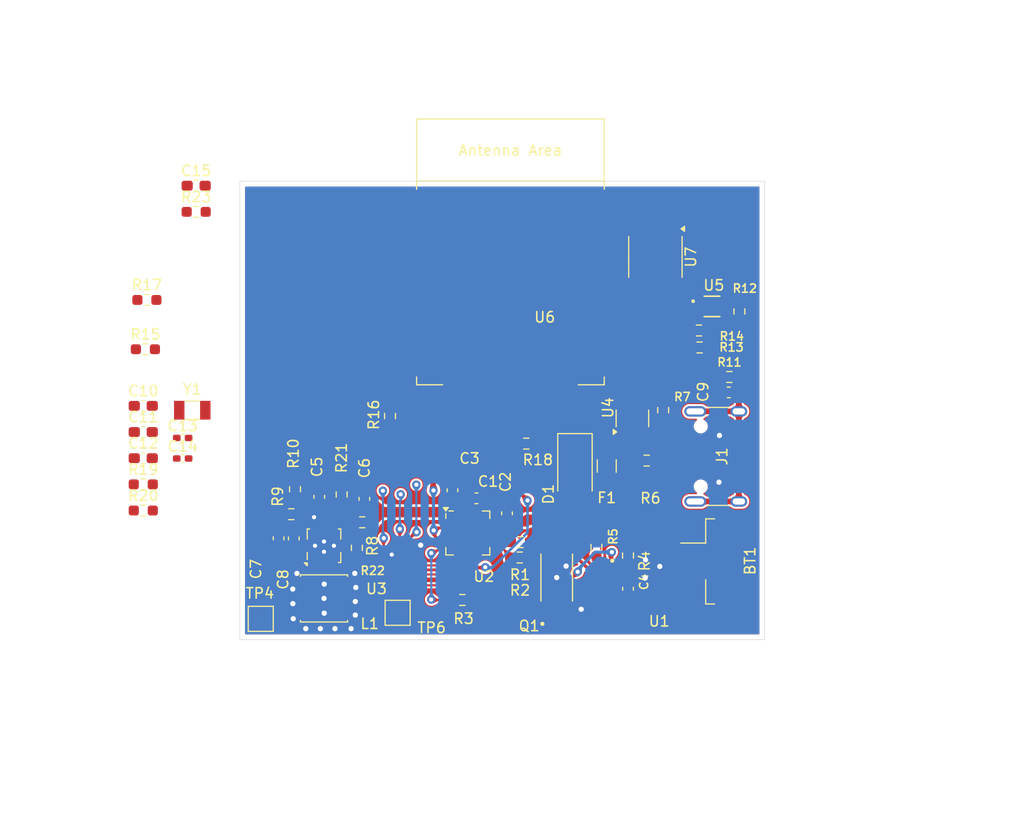
<source format=kicad_pcb>
(kicad_pcb (version 20241229) (generator "pcbnew") (generator_version "9.0")
  (layers (0 "F.Cu" signal) (2 "B.Cu" signal) (13 "F.Paste" user) (15 "B.Paste" user) (5 "F.SilkS" user "F.Silkscreen") (7 "B.SilkS" user "B.Silkscreen") (1 "F.Mask" user) (3 "B.Mask" user) (25 "Edge.Cuts" user))
  (net 0 "")
  (net 1 "/Power Module/B-")
  (net 2 "/Power Module/USB_5V")
  (net 3 "GND")
  (net 4 "/Power Module/AUTO_SWTCH_5V")
  (net 5 "Net-(U3-EN)")
  (net 6 "Net-(J1-CC2)")
  (net 9 "Net-(J1-CC1)")
  (net 10 "Net-(Q1-Pad1)")
  (net 11 "Net-(U2-PROG1)")
  (net 12 "Net-(U2-PROG3)")
  (net 13 "Net-(U2-THERM)")
  (net 15 "/Power Module/PG")
  (net 16 "/Power Module/STAT1")
  (net 17 "Net-(U3-L2)")
  (net 18 "Net-(U3-L1)")
  (net 19 "Net-(U3-FB)")
  (net 20 "/Power Module/B+")
  (net 21 "Net-(J1-SHIELD)")
  (net 22 "Net-(F1-Pad1)")
  (net 23 "/Power Module/STAT2")
  (net 24 "/Power Module/3.3V_PWR")
  (net 25 "Net-(U5-D1)")
  (net 26 "/Power Module/BATT_LIFE_READ_EN")
  (net 27 "/Power Module/BATT_LIFE_DATA_ANALOG")
  (net 28 "Net-(U5-D2)")
  (net 29 "/Power Module/GPIO_BUCK_BOOST_PS_EN")
  (net 30 "Net-(U3-VIN)")
  (net 31 "/Power Module/UP_DP")
  (net 32 "/Power Module/UP_DN")
  (net 33 "/Power Module/DW_VCC")
  (net 34 "/Power Module/DW_OC")
  (net 35 "/Power Module/DW_OD")
  (net 36 "/Power Module/DW_CS")
  (net 39 "Net-(U6-EN{slash}CHIP_PU)")
  (net 46 "/MCU/XTAL_P")
  (net 56 "/MCU/XTAL_N")
  (net 59 "Net-(U7-V3)")
  (net 60 "/MCU/USB_5V")
  (net 63 "Net-(U6-GPIO0{slash}BOOT{slash}ADC2_CH1)")
  (net 64 "/MCU/USB_TX")
  (net 66 "/MCU/USB_RX")
  (net 67 "/MCU/PROTECTED_USB_D-")
  (net 68 "/MCU/PROTECTED_USB_D+")
  (footprint "Resistor_SMD:R_0603_1608Metric_Pad0.98x0.95mm_HandSolder" (layer "F.Cu") (at 91.6425 67.37)
    (property "Reference" "R17")
    (property "Value" "100k")
  )
  (footprint "PCM_Espressif:ESP32-WROOM-32E" (layer "F.Cu") (at 126.51 64.51)
    (property "Reference" "U6")
    (property "Value" "ESP32-WROOM-E")
  )
  (footprint "Capacitor_SMD:C_0603_1608Metric" (layer "F.Cu") (at 126.182588 87.834728 90)
    (property "Reference" "C2")
    (property "Value" "4.7uf")
  )
  (footprint "Package_SO:SOP-8_3.9x4.9mm_P1.27mm" (layer "F.Cu") (at 140.415 63.25 -90)
    (property "Reference" "U7")
    (property "Value" "CH340N")
  )
  (footprint "Resistor_SMD:R_0603_1608Metric_Pad0.98x0.95mm_HandSolder" (layer "F.Cu") (at 110.32 86.03 -90)
    (property "Reference" "R21")
    (property "Value" "100k")
  )
  (footprint "Capacitor_SMD:C_0603_1608Metric" (layer "F.Cu") (at 112.5 86.45 90)
    (property "Reference" "C6")
    (property "Value" "10uf")
  )
  (footprint "Resistor_SMD:R_0603_1608Metric_Pad0.98x0.95mm_HandSolder" (layer "F.Cu") (at 139.58 82.78 180)
    (property "Reference" "R6")
    (property "Value" "5.1k")
  )
  (footprint "Resistor_SMD:R_0603_1608Metric_Pad0.98x0.95mm_HandSolder" (layer "F.Cu") (at 105.85 85.53 -90)
    (property "Reference" "R10")
    (property "Value" "100k")
  )
  (footprint "Capacitor_SMD:C_0603_1608Metric_Pad1.08x0.95mm_HandSolder" (layer "F.Cu") (at 91.2925 82.55)
    (property "Reference" "C12")
    (property "Value" "0.1uf")
  )
  (footprint "Resistor_SMD:R_0603_1608Metric_Pad0.98x0.95mm_HandSolder" (layer "F.Cu") (at 144.655126 71.93)
    (property "Reference" "R13")
    (property "Value" "10k")
  )
  (footprint "Capacitor_SMD:C_0603_1608Metric" (layer "F.Cu") (at 105.73 90.25 90)
    (property "Reference" "C8")
    (property "Value" "10uf")
  )
  (footprint "Resistor_SMD:R_0603_1608Metric_Pad0.98x0.95mm_HandSolder" (layer "F.Cu") (at 112.3 88.7 180)
    (property "Reference" "R8")
    (property "Value" "100")
  )
  (footprint "Resistor_SMD:R_0603_1608Metric_Pad0.98x0.95mm_HandSolder" (layer "F.Cu") (at 105.49 87.9225 180)
    (property "Reference" "R9")
    (property "Value" "560k")
  )
  (footprint "Capacitor_SMD:C_0603_1608Metric" (layer "F.Cu") (at 123.25 86.4)
    (property "Reference" "C1")
    (property "Value" "10uf")
  )
  (footprint "Capacitor_SMD:C_0603_1608Metric_Pad1.08x0.95mm_HandSolder" (layer "F.Cu") (at 96.3675 56.41)
    (property "Reference" "C15")
    (property "Value" "0.1uf")
  )
  (footprint "Package_DFN_QFN:QFN-20-1EP_4x4mm_P0.5mm_EP2.5x2.5mm" (layer "F.Cu") (at 122.425 89.725)
    (property "Reference" "U2")
    (property "Value" "MCP73871-2CC")
  )
  (footprint "Capacitor_SMD:C_0603_1608Metric" (layer "F.Cu") (at 104.275088 90.234728 90)
    (property "Reference" "C7")
    (property "Value" "10uf")
  )
  (footprint "Resistor_SMD:R_0603_1608Metric_Pad0.98x0.95mm_HandSolder" (layer "F.Cu") (at 91.4975 72.1)
    (property "Reference" "R15")
    (property "Value" "100k")
  )
  (footprint "Resistor_SMD:R_0603_1608Metric_Pad0.98x0.95mm_HandSolder" (layer "F.Cu") (at 137.79 91.89 -90)
    (property "Reference" "R4")
    (property "Value" "100")
  )
  (footprint "Resistor_SMD:R_0603_1608Metric_Pad0.98x0.95mm_HandSolder" (layer "F.Cu") (at 127.4 92.075 180)
    (property "Reference" "R2")
    (property "Value" "10k")
  )
  (footprint "Resistor_SMD:R_0603_1608Metric_Pad0.98x0.95mm_HandSolder" (layer "F.Cu") (at 127.475 90.6 180)
    (property "Reference" "R1")
    (property "Value" "2k")
  )
  (footprint "Diode_SMD:D_SMA" (layer "F.Cu") (at 132.7 83.7 -90)
    (property "Reference" "D1")
    (property "Value" "SMAJ5.0A")
  )
  (footprint "DW01A:SOT95P280X145-6N" (layer "F.Cu") (at 135.33 94.94 -90)
    (property "Reference" "U1")
    (property "Value" "DW01A")
  )
  (footprint "Inductor_SMD:L_Sunlord_SWPA4030S" (layer "F.Cu") (at 108.63 96 180)
    (property "Reference" "L1")
    (property "Value" "2.2uH")
  )
  (footprint "Capacitor_SMD:C_0603_1608Metric_Pad1.08x0.95mm_HandSolder" (layer "F.Cu") (at 147.45 76.24 180)
    (property "Reference" "C9")
    (property "Value" "4.7nF")
  )
  (footprint "Resistor_SMD:R_0603_1608Metric_Pad0.98x0.95mm_HandSolder" (layer "F.Cu") (at 144.595126 70.3 180)
    (property "Reference" "R14")
    (property "Value" "10k")
  )
  (footprint "FS8205A:SOP65P640X120-8N" (layer "F.Cu") (at 130.95 94 90)
    (property "Reference" "Q1")
    (property "Value" "FS8205A")
  )
  (footprint "Package_SON:Texas_DRC0010J_ThermalVias" (layer "F.Cu") (at 108.63 90.95 90)
    (property "Reference" "U3")
    (property "Value" "TPS63000")
  )
  (footprint "Package_TO_SOT_SMD:SOT-23-6" (layer "F.Cu") (at 138.21 78.7325 90)
    (property "Reference" "U4")
    (property "Value" "USBLC6-2SC6")
  )
  (footprint "Resistor_SMD:R_0603_1608Metric_Pad0.98x0.95mm_HandSolder" (layer "F.Cu") (at 148.475126 68.4775 90)
    (property "Reference" "R12")
    (property "Value" "100k")
  )
  (footprint "Resistor_SMD:R_0603_1608Metric_Pad0.98x0.95mm_HandSolder" (layer "F.Cu") (at 96.3675 58.92)
    (property "Reference" "R23")
    (property "Value" "10k")
  )
  (footprint "Capacitor_SMD:C_0603_1608Metric" (layer "F.Cu") (at 137.79 95.07 90)
    (property "Reference" "C4")
    (property "Value" "0.1uf")
  )
  (footprint "Resistor_SMD:R_0603_1608Metric_Pad0.98x0.95mm_HandSolder" (layer "F.Cu") (at 114.96 78.5125 90)
    (property "Reference" "R16")
    (property "Value" "100k")
  )
  (footprint "Capacitor_SMD:C_0603_1608Metric" (layer "F.Cu") (at 120.95 85.625 90)
    (property "Reference" "C3")
    (property "Value" "4.7uf")
  )
  (footprint "Capacitor_SMD:C_0603_1608Metric_Pad1.08x0.95mm_HandSolder" (layer "F.Cu") (at 91.2925 77.53)
    (property "Reference" "C10")
    (property "Value" "0.1uf")
  )
  (footprint "Capacitor_SMD:C_0402_1005Metric_Pad0.74x0.62mm_HandSolder" (layer "F.Cu") (at 95.0725 80.61)
    (property "Reference" "C13")
    (property "Value" "18pf")
  )
  (footprint "Capacitor_SMD:C_0603_1608Metric_Pad1.08x0.95mm_HandSolder" (layer "F.Cu") (at 91.2925 80.04)
    (property "Reference" "C11")
    (property "Value" "47uf")
  )
  (footprint "Resistor_SMD:R_0603_1608Metric_Pad0.98x0.95mm_HandSolder" (layer "F.Cu") (at 141.16 77.9425 90)
    (property "Reference" "R7")
    (property "Value" "5.1k")
  )
  (footprint "Capacitor_SMD:C_0603_1608Metric" (layer "F.Cu") (at 108.175088 86.259728 90)
    (property "Reference" "C5")
    (property "Value" "0.1uf")
  )
  (footprint "Connector_JST:JST_PH_B2B-PH-SM4-TB_1x02-1MP_P2.00mm_Vertical" (layer "F.Cu") (at 146.1 92.45 -90)
    (property "Reference" "BT1")
    (property "Value" "4.2V 800mAhr Battery_Cell")
  )
  (footprint "Resistor_SMD:R_0603_1608Metric_Pad0.98x0.95mm_HandSolder" (layer "F.Cu") (at 147.51 74.76)
    (property "Reference" "R11")
    (property "Value" "1m")
  )
  (footprint "Crystal:Crystal_SMD_3215-2Pin_3.2x1.5mm" (layer "F.Cu") (at 95.9925 77.95)
    (property "Reference" "Y1")
    (property "Value" "32.768khz")
  )
  (footprint "Resistor_SMD:R_0603_1608Metric_Pad0.98x0.95mm_HandSolder" (layer "F.Cu") (at 111.78 91.15 -90)
    (property "Reference" "R22")
    (property "Value" "0.1")
  )
  (footprint "Fuse:Fuse_1206_3216Metric" (layer "F.Cu") (at 135.75 83.3 90)
    (property "Reference" "F1")
    (property "Value" "1A 1206L050YR")
  )
  (footprint "Resistor_SMD:R_0603_1608Metric_Pad0.98x0.95mm_HandSolder" (layer "F.Cu") (at 121.8975 96.15 180)
    (property "Reference" "R3")
    (property "Value" "10k")
  )
  (footprint "Resistor_SMD:R_0603_1608Metric_Pad0.98x0.95mm_HandSolder" (layer "F.Cu") (at 91.2925 85.06)
    (property "Reference" "R19")
    (property "Value" "10k")
  )
  (footprint "Resistor_SMD:R_0603_1608Metric_Pad0.98x0.95mm_HandSolder" (layer "F.Cu") (at 134.76 91.07 -90)
    (property "Reference" "R5")
    (property "Value" "1k")
  )
  (footprint "TestPoint:TestPoint_Pad_2.0x2.0mm" (layer "F.Cu") (at 115.69 97.38)
    (property "Reference" "TP6")
    (property "Value" "USB_BAT_AUTO")
  )
  (footprint "footprints:SOT_X-T1-GE3_VIS-M" (layer "F.Cu") (at 145.845026 67.990126)
    (property "Reference" "U5")
    (property "Value" "SI1016X-T1-GE3")
  )
  (footprint "Capacitor_SMD:C_0402_1005Metric_Pad0.74x0.62mm_HandSolder" (layer "F.Cu") (at 95.0725 82.58)
    (property "Reference" "C14")
    (property "Value" "18pf")
  )
  (footprint "TestPoint:TestPoint_Pad_2.0x2.0mm" (layer "F.Cu") (at 102.56 97.96)
    (property "Reference" "TP4")
    (property "Value" "3.3v")
  )
  (footprint "Resistor_SMD:R_0603_1608Metric_Pad0.98x0.95mm_HandSolder" (layer "F.Cu") (at 91.2925 87.57)
    (property "Reference" "R20")
    (property "Value" "10M")
  )
  (footprint "Connector_USB:USB_C_Receptacle_HRO_TYPE-C-31-M-12" (layer "F.Cu") (at 147.37 82.38 90)
    (property "Reference" "J1")
    (property "Value" "USB_C_Receptacle_USB2.0_16P")
  )
  (footprint "Resistor_SMD:R_0603_1608Metric_Pad0.98x0.95mm_HandSolder" (layer "F.Cu") (at 128.0375 81.15 180)
    (property "Reference" "R18")
    (property "Value" "0.1")
  )
  (gr_rect (start 100.55 55.99) (end 150.9 99.95) (stroke (width 0.05)) (fill no) (layer "Edge.Cuts"))
  (segment (start 136.28 96.195) (end 137.44 96.195) (width 0.3) (layer "F.Cu") (net 1))
  (segment (start 137.44 96.195) (end 137.79 95.845) (width 0.3) (layer "F.Cu") (net 1))
  (segment (start 142.65 93.45) (end 141.565 94.535) (width 1) (layer "F.Cu") (net 1))
  (segment (start 137.689 98.411) (end 131.393828 98.411) (width 1) (layer "F.Cu") (net 1))
  (segment (start 137.79 95.845) (end 140.255 95.845) (width 0.3) (layer "F.Cu") (net 1))
  (segment (start 140.255 95.845) (end 137.689 98.411) (width 1) (layer "F.Cu") (net 1))
  (segment (start 141.565 94.535) (end 140.255 95.845) (width 1) (layer "F.Cu") (net 1))
  (segment (start 131.393828 98.411) (end 130.926 97.943172) (width 1) (layer "F.Cu") (net 1))
  (segment (start 142.65 93.45) (end 145.6 93.45) (width 1) (layer "F.Cu") (net 1))
  (segment (start 130.926 97.943172) (end 130.926 96.88) (width 1) (layer "F.Cu") (net 1))
  (segment (start 124.1 93.01) (end 123.36 93.01) (width 0.25) (layer "F.Cu") (net 2))
  (segment (start 122.425 87.222806) (end 122.425 87.7875) (width 0.25) (layer "F.Cu") (net 2))
  (segment (start 122.4625 85.9175) (end 122.4625 87.225) (width 1) (layer "F.Cu") (net 2))
  (segment (start 122.925 92.58125) (end 122.925 91.6625) (width 0.25) (layer "F.Cu") (net 2))
  (segment (start 123.36 93.01) (end 122.981231 92.631231) (width 0.25) (layer "F.Cu") (net 2))
  (segment (start 121.9 81.15) (end 127.125 81.15) (width 0.5) (layer "F.Cu") (net 2))
  (segment (start 121.925 87.7875) (end 122.182588 87.7875) (width 0.25) (layer "F.Cu") (net 2))
  (segment (start 122.981231 92.631231) (end 122.974981 92.631231) (width 0.25) (layer "F.Cu") (net 2))
  (segment (start 119.1 85.61) (end 119.1 83.95) (width 0.5) (layer "F.Cu") (net 2))
  (segment (start 122.182588 87.7875) (end 122.632588 87.7875) (width 0.25) (layer "F.Cu") (net 2))
  (segment (start 119.475 90.225) (end 120.4875 90.225) (width 0.25) (layer "F.Cu") (net 2))
  (segment (start 122.4625 87.185306) (end 121.925 87.722806) (width 0.25) (layer "F.Cu") (net 2))
  (segment (start 122.632588 87.355394) (end 122.632588 87.7875) (width 0.25) (layer "F.Cu") (net 2))
  (segment (start 128.15 86.6) (end 127.125 85.575) (width 0.3) (layer "F.Cu") (net 2))
  (segment (start 122.4625 85.9175) (end 122.4625 87.185306) (width 0.25) (layer "F.Cu") (net 2))
  (segment (start 122.632588 87.7875) (end 122.925 87.7875) (width 0.25) (layer "F.Cu") (net 2))
  (segment (start 122.974981 92.631231) (end 122.925 92.58125) (width 0.25) (layer "F.Cu") (net 2))
  (segment (start 119.15 89.47) (end 119.395 89.225) (width 0.25) (layer "F.Cu") (net 2))
  (segment (start 121.925 87.722806) (end 121.925 87.7875) (width 0.25) (layer "F.Cu") (net 2))
  (segment (start 122.4625 87.185306) (end 122.425 87.222806) (width 0.25) (layer "F.Cu") (net 2))
  (segment (start 119.15 89.47) (end 119.15 89.9) (width 0.25) (layer "F.Cu") (net 2))
  (segment (start 119.395 89.225) (end 120.4875 89.225) (width 0.25) (layer "F.Cu") (net 2))
  (segment (start 122.4625 87.185306) (end 122.182588 87.465218) (width 0.25) (layer "F.Cu") (net 2))
  (segment (start 122.925 87.647806) (end 122.925 87.7875) (width 0.25) (layer "F.Cu") (net 2))
  (segment (start 119.15 89.9) (end 119.475 90.225) (width 0.25) (layer "F.Cu") (net 2))
  (segment (start 126.61 81.15) (end 127.125 81.15) (width 1) (layer "F.Cu") (net 2))
  (segment (start 122.4625 87.185306) (end 122.632588 87.355394) (width 0.25) (layer "F.Cu") (net 2))
  (segment (start 122.4625 85.9175) (end 122.4625 85.2975) (width 1) (layer "F.Cu") (net 2))
  (segment (start 122.4625 85.2975) (end 126.61 81.15) (width 1) (layer "F.Cu") (net 2))
  (segment (start 119.13 85.64) (end 119.1 85.61) (width 0.5) (layer "F.Cu") (net 2))
  (segment (start 119.1 83.95) (end 121.9 81.15) (width 0.5) (layer "F.Cu") (net 2))
  (segment (start 127.125 85.575) (end 127.125 81.15) (width 0.3) (layer "F.Cu") (net 2))
  (segment (start 122.4625 87.185306) (end 122.925 87.647806) (width 0.25) (layer "F.Cu") (net 2))
  (segment (start 122.182588 87.465218) (end 122.182588 87.7875) (width 0.25) (layer "F.Cu") (net 2))
  (via (at 119.15 89.47) (size 0.8) (drill 0.4) (layers "F.Cu" "B.Cu") (net 2))
  (via (at 119.13 85.64) (size 0.8) (drill 0.4) (layers "F.Cu" "B.Cu") (net 2))
  (via (at 124.1 93.01) (size 0.8) (drill 0.4) (layers "F.Cu" "B.Cu") (net 2))
  (via (at 128.15 86.6) (size 0.8) (drill 0.4) (layers "F.Cu" "B.Cu") (net 2))
  (segment (start 128.15 89.68) (end 128.15 86.6) (width 0.25) (layer "B.Cu") (net 2))
  (segment (start 124.1 93.01) (end 124.82 93.01) (width 0.25) (layer "B.Cu") (net 2))
  (segment (start 119.13 85.64) (end 119.13 89.45) (width 0.3) (layer "B.Cu") (net 2))
  (segment (start 124.82 93.01) (end 128.15 89.68) (width 0.25) (layer "B.Cu") (net 2))
  (segment (start 119.13 89.45) (end 119.15 89.47) (width 0.3) (layer "B.Cu") (net 2))
  (segment (start 108.13 90.45) (end 108.63 90.95) (width 0.3) (layer "F.Cu") (net 3))
  (segment (start 120.4875 89.725) (end 122.425 89.725) (width 0.2) (layer "F.Cu") (net 3))
  (segment (start 108.13 89.55) (end 108.13 90.45) (width 0.3) (layer "F.Cu") (net 3))
  (segment (start 108.63 91.525) (end 109.005 91.525) (width 0.2) (layer "F.Cu") (net 3))
  (segment (start 108.63 92.35) (end 108.63 91.525) (width 0.2) (layer "F.Cu") (net 3))
  (via (at 106.88 98.9) (size 1) (drill 0.5) (layers "F.Cu" "B.Cu") (net 3))
  (via (at 111.63 96.3) (size 1) (drill 0.5) (layers "F.Cu" "B.Cu") (net 3))
  (via (at 131.85 92.9) (size 1) (drill 0.5) (layers "F.Cu" "B.Cu") (net 3))
  (via (at 108.28 98.9) (size 1) (drill 0.5) (layers "F.Cu" "B.Cu") (net 3))
  (via (at 108.63 96) (size 1) (drill 0.5) (layers "F.Cu" "B.Cu") (net 3))
  (via (at 140.84 92.93) (size 1) (drill 0.5) (layers "F.Cu" "B.Cu") (net 3))
  (via (at 111.68 94.95) (size 1) (drill 0.5) (layers "F.Cu" "B.Cu") (net 3))
  (via (at 105.63 95.1) (size 1) (drill 0.5) (layers "F.Cu" "B.Cu") (net 3))
  (via (at 130.95 94) (size 1) (drill 0.5) (layers "F.Cu" "B.Cu") (net 3))
  (via (at 105.64 96.5) (size 1) (drill 0.5) (layers "F.Cu" "B.Cu") (net 3))
  (via (at 139.47 92.3) (size 1) (drill 0.5) (layers "F.Cu" "B.Cu") (net 3))
  (via (at 109.68 98.9) (size 1) (drill 0.5) (layers "F.Cu" "B.Cu") (net 3))
  (via (at 106.03 93.6) (size 1) (drill 0.5) (layers "F.Cu" "B.Cu") (net 3))
  (via (at 108.65 94.63) (size 1) (drill 0.5) (layers "F.Cu" "B.Cu") (net 3))
  (via (at 117.9 90.89) (size 1) (drill 0.5) (layers "F.Cu" "B.Cu") (net 3))
  (via (at 111.58 93.6) (size 1) (drill 0.5) (layers "F.Cu" "B.Cu") (net 3))
  (via (at 107.675088 88.209728) (size 0.8) (drill 0.4) (layers "F.Cu" "B.Cu") (net 3))
  (via (at 146.51 84.85) (size 1) (drill 0.5) (layers "F.Cu" "B.Cu") (net 3))
  (via (at 133.3 97.04) (size 1) (drill 0.5) (layers "F.Cu" "B.Cu") (net 3))
  (via (at 111.63 97.6) (size 1) (drill 0.5) (layers "F.Cu" "B.Cu") (net 3))
  (via (at 115.13 91.8) (size 0.8) (drill 0.4) (layers "F.Cu" "B.Cu") (net 3))
  (via (at 139.44 94.03) (size 1) (drill 0.5) (layers "F.Cu" "B.Cu") (net 3))
  (via (at 105.68 97.95) (size 1) (drill 0.5) (layers "F.Cu" "B.Cu") (net 3))
  (via (at 111.23 98.9) (size 1) (drill 0.5) (layers "F.Cu" "B.Cu") (net 3))
  (via (at 108.65 97.42) (size 1) (drill 0.5) (layers "F.Cu" "B.Cu") (net 3))
  (via (at 146.56 80.37) (size 1) (drill 0.5) (layers "F.Cu" "B.Cu") (net 3))
  (segment (start 114.1885 87.724) (end 113.2125 88.7) (width 1) (layer "F.Cu") (net 4))
  (segment (start 113.2125 88.7) (end 113.2125 88.805) (width 1) (layer "F.Cu") (net 4))
  (segment (start 121.425 87.7875) (end 121.1105 87.7875) (width 0.25) (layer "F.Cu") (net 4))
  (segment (start 120.95 87.625) (end 120.95 86.4) (width 1) (layer "F.Cu") (net 4))
  (segment (start 120.424 87.7615) (end 120.424 88.349) (width 1) (layer "F.Cu") (net 4))
  (segment (start 112.5 87.225) (end 113.6895 87.225) (width 1) (layer "F.Cu") (net 4))
  (segment (start 120.4875 88.4105) (end 120.4875 88.725) (width 0.25) (layer "F.Cu") (net 4))
  (segment (start 120.4615 87.724) (end 120.424 87.7615) (width 1) (layer "F.Cu") (net 4))
  (segment (start 120.4615 87.724) (end 114.1885 87.724) (width 1) (layer "F.Cu") (net 4))
  (segment (start 120.63025 88.26775) (end 120.4875 88.4105) (width 0.25) (layer "F.Cu") (net 4))
  (segment (start 121.049 87.724) (end 120.95 87.625) (width 1) (layer "F.Cu") (net 4))
  (segment (start 113.6895 87.225) (end 114.1885 87.724) (width 1) (layer "F.Cu") (net 4))
  (segment (start 113.2125 88.805) (end 111.78 90.2375) (width 1) (layer "F.Cu") (net 4))
  (segment (start 121.049 87.724) (end 120.4615 87.724) (width 1) (layer "F.Cu") (net 4))
  (segment (start 108.631 87.81564) (end 108.63 87.81664) (width 0.2) (layer "F.Cu") (net 5))
  (segment (start 108.175088 87.034728) (end 108.175088 87.359728) (width 0.3) (layer "F.Cu") (net 5))
  (segment (start 108.63 87.81664) (end 108.63 89.55) (width 0.2) (layer "F.Cu") (net 5))
  (segment (start 108.175088 87.359728) (end 108.631 87.81564) (width 0.3) (layer "F.Cu") (net 5))
  (segment (start 110.6685 89.419) (end 109.951 89.419) (width 1) (layer "F.Cu") (net 5))
  (segment (start 111.3875 88.7) (end 110.6685 89.419) (width 1) (layer "F.Cu") (net 5))
  (segment (start 141.16 79.392) (end 141.16 78.855) (width 0.2) (layer "F.Cu") (net 6))
  (segment (start 142.398 80.63) (end 141.16 79.392) (width 0.2) (layer "F.Cu") (net 6))
  (segment (start 143.325 80.63) (end 142.398 80.63) (width 0.2) (layer "F.Cu") (net 6))
  (segment (start 141.4 82.78) (end 140.4925 82.78) (width 0.2) (layer "F.Cu") (net 9))
  (segment (start 143.325 83.63) (end 142.25 83.63) (width 0.2) (layer "F.Cu") (net 9))
  (segment (start 142.25 83.63) (end 141.4 82.78) (width 0.2) (layer "F.Cu") (net 9))
  (segment (start 129.975 91.12) (end 129.975 96.88) (width 0.3) (layer "F.Cu") (net 10))
  (segment (start 125.195 89.725) (end 126.07 90.6) (width 0.2) (layer "F.Cu") (net 11))
  (segment (start 126.07 90.6) (end 126.5625 90.6) (width 0.2) (layer "F.Cu") (net 11))
  (segment (start 124.3625 89.725) (end 125.195 89.725) (width 0.2) (layer "F.Cu") (net 11))
  (segment (start 126.4875 91.921702) (end 126.4875 92.075) (width 0.2) (layer "F.Cu") (net 12))
  (segment (start 124.790798 90.225) (end 126.4875 91.921702) (width 0.2) (layer "F.Cu") (net 12))
  (segment (start 124.3625 90.225) (end 124.790798 90.225) (width 0.2) (layer "F.Cu") (net 12))
  (segment (start 120.175 90.725) (end 120.4875 90.725) (width 0.2) (layer "F.Cu") (net 13))
  (segment (start 119.25 91.65) (end 120.175 90.725) (width 0.2) (layer "F.Cu") (net 13))
  (segment (start 118.92 91.65) (end 119.25 91.65) (width 0.2) (layer "F.Cu") (net 13))
  (segment (start 118.95 96.15) (end 120.985 96.15) (width 0.2) (layer "F.Cu") (net 13))
  (segment (start 118.91 96.11) (end 118.95 96.15) (width 0.2) (layer "F.Cu") (net 13))
  (via (at 118.91 96.11) (size 0.8) (drill 0.4) (layers "F.Cu" "B.Cu") (net 13))
  (via (at 118.92 91.65) (size 0.8) (drill 0.4) (layers "F.Cu" "B.Cu") (net 13))
  (segment (start 119.0375 96.2375) (end 119.125 96.2375) (width 0.2) (layer "B.Cu") (net 13))
  (segment (start 118.92 96.1) (end 118.91 96.11) (width 0.2) (layer "B.Cu") (net 13))
  (segment (start 118.91 96.11) (end 119.0375 96.2375) (width 0.2) (layer "B.Cu") (net 13))
  (segment (start 118.92 91.65) (end 118.92 96.1) (width 0.2) (layer "B.Cu") (net 13))
  (segment (start 117.485 85.09) (end 117.6 84.975) (width 0.2) (layer "F.Cu") (net 15))
  (segment (start 117.94 92.83) (end 120.08 92.83) (width 0.2) (layer "F.Cu") (net 15))
  (segment (start 116.97 90.18) (end 117.51 89.64) (width 0.2) (layer "F.Cu") (net 15))
  (segment (start 117.9 92.84) (end 117.93 92.84) (width 0.2) (layer "F.Cu") (net 15))
  (segment (start 120.08 92.83) (end 121.2475 91.6625) (width 0.2) (layer "F.Cu") (net 15))
  (segment (start 117.93 92.84) (end 117.94 92.83) (width 0.2) (layer "F.Cu") (net 15))
  (segment (start 116.97 91.91) (end 117.9 92.84) (width 0.2) (layer "F.Cu") (net 15))
  (segment (start 116.97 91.91) (end 116.97 90.18) (width 0.2) (layer "F.Cu") (net 15))
  (segment (start 121.2475 91.6625) (end 121.425 91.6625) (width 0.2) (layer "F.Cu") (net 15))
  (via (at 117.485 85.09) (size 0.8) (drill 0.4) (layers "F.Cu" "B.Cu") (net 15))
  (via (at 117.51 89.64) (size 0.8) (drill 0.4) (layers "F.Cu" "B.Cu") (net 15))
  (segment (start 117.485 89.615) (end 117.51 89.64) (width 0.2) (layer "B.Cu") (net 15))
  (segment (start 117.485 85.09) (end 117.485 89.615) (width 0.2) (layer "B.Cu") (net 15))
  (segment (start 114.36 90.22) (end 114.35 90.23) (width 0.2) (layer "F.Cu") (net 16))
  (segment (start 114.48 92.45) (end 116.77 94.74) (width 0.2) (layer "F.Cu") (net 16))
  (segment (start 120.74 94.74) (end 122.425 93.055) (width 0.2) (layer "F.Cu") (net 16))
  (segment (start 114.35 90.23) (end 114.35 92.33) (width 0.2) (layer "F.Cu") (net 16))
  (segment (start 114.35 92.33) (end 114.47 92.45) (width 0.2) (layer "F.Cu") (net 16))
  (segment (start 116.77 94.74) (end 120.74 94.74) (width 0.2) (layer "F.Cu") (net 16))
  (segment (start 122.425 93.055) (end 122.425 91.6625) (width 0.2) (layer "F.Cu") (net 16))
  (segment (start 114.47 92.45) (end 114.48 92.45) (width 0.2) (layer "F.Cu") (net 16))
  (via (at 114.36 90.22) (size 0.8) (drill 0.4) (layers "F.Cu" "B.Cu") (net 16))
  (via (at 114.28 85.67) (size 0.8) (drill 0.4) (layers "F.Cu" "B.Cu") (net 16))
  (segment (start 114.28 90.14) (end 114.28 85.67) (width 0.2) (layer "B.Cu") (net 16))
  (segment (start 114.49 90.07) (end 114.49 90.09) (width 0.2) (layer "B.Cu") (net 16))
  (segment (start 114.36 90.22) (end 114.51 90.07) (width 0.2) (layer "B.Cu") (net 16))
  (segment (start 114.36 90.22) (end 114.28 90.14) (width 0.2) (layer "B.Cu") (net 16))
  (segment (start 114.49 90.09) (end 114.36 90.22) (width 0.2) (layer "B.Cu") (net 16))
  (segment (start 107.13 94.1) (end 107.13 96) (width 1) (layer "F.Cu") (net 17))
  (segment (start 108.13 92.945036) (end 108.13 92.35) (width 0.2) (layer "F.Cu") (net 17))
  (segment (start 107.23 94) (end 107.23 93.869182) (width 1) (layer "F.Cu") (net 17))
  (segment (start 107.23 94) (end 107.13 94.1) (width 1) (layer "F.Cu") (net 17))
  (segment (start 107.13 97.3) (end 107.13 96) (width 1) (layer "F.Cu") (net 17))
  (segment (start 107.23 94) (end 107.23 93.845036) (width 0.5) (layer "F.Cu") (net 17))
  (segment (start 107.614591 93.460445) (end 108.037518 93.037518) (width 0.5) (layer "F.Cu") (net 17))
  (segment (start 107.23 93.869182) (end 107.614591 93.484591) (width 1) (layer "F.Cu") (net 17))
  (segment (start 107.614591 93.484591) (end 107.614591 93.460445) (width 0.5) (layer "F.Cu") (net 17))
  (segment (start 108.037518 93.037518) (end 108.13 92.945036) (width 0.2) (layer "F.Cu") (net 17))
  (segment (start 110.13 96) (end 110.13 97.3) (width 1) (layer "F.Cu") (net 18))
  (segment (start 109.177837 92.922163) (end 109.13 92.874326) (width 0.2) (layer "F.Cu") (net 18))
  (segment (start 109.53 93.35) (end 109.53 93.274326) (width 0.5) (layer "F.Cu") (net 18))
  (segment (start 109.53 93.35) (end 110.13 93.95) (width 1) (layer "F.Cu") (net 18))
  (segment (start 110.13 93.95) (end 110.13 96) (width 1) (layer "F.Cu") (net 18))
  (segment (start 109.53 93.274326) (end 109.177837 92.922163) (width 0.5) (layer "F.Cu") (net 18))
  (segment (start 109.13 92.874326) (end 109.13 92.35) (width 0.2) (layer "F.Cu") (net 18))
  (segment (start 106.4025 88.5225) (end 107.43 89.55) (width 0.2) (layer "F.Cu") (net 19))
  (segment (start 107.43 89.55) (end 107.63 89.55) (width 0.2) (layer "F.Cu") (net 19))
  (segment (start 106.34 87.86) (end 106.4025 87.9225) (width 0.2) (layer "F.Cu") (net 19))
  (segment (start 105.85 87.37) (end 106.4025 87.9225) (width 0.5) (layer "F.Cu") (net 19))
  (segment (start 105.85 86.4425) (end 105.85 87.37) (width 0.5) (layer "F.Cu") (net 19))
  (segment (start 106.4025 88.3225) (end 106.4025 87.9225) (width 0.3) (layer "F.Cu") (net 19))
  (segment (start 106.4025 87.9225) (end 106.4025 88.5225) (width 0.2) (layer "F.Cu") (net 19))
  (segment (start 137.79 90.9775) (end 141.6775 90.9775) (width 0.3) (layer "F.Cu") (net 20))
  (segment (start 139.15 88.45) (end 128.15 88.45) (width 1) (layer "F.Cu") (net 20))
  (segment (start 150.299 89.991) (end 150.299 71.219) (width 0.2) (layer "F.Cu") (net 20))
  (segment (start 145.6 91.45) (end 142.15 91.45) (width 1) (layer "F.Cu") (net 20))
  (segment (start 142.15 91.45) (end 141.6775 90.9775) (width 1) (layer "F.Cu") (net 20))
  (segment (start 123.801 87.724) (end 124.426 87.724) (width 1) (layer "F.Cu") (net 20))
  (segment (start 124.426 87.724) (end 124.426 88.849) (width 1) (layer "F.Cu") (net 20))
  (segment (start 148.475126 69.395126) (end 148.475126 69.39) (width 0.2) (layer "F.Cu") (net 20))
  (segment (start 148.84 91.45) (end 150.299 89.991) (width 0.2) (layer "F.Cu") (net 20))
  (segment (start 147.544874 69.39) (end 146.645126 68.490252) (width 0.2) (layer "F.Cu") (net 20))
  (segment (start 127.990272 88.609728) (end 126.182588 88.609728) (width 1) (layer "F.Cu") (net 20))
  (segment (start 150.299 71.219) (end 148.475126 69.395126) (width 0.2) (layer "F.Cu") (net 20))
  (segment (start 145.6 91.45) (end 148.84 91.45) (width 0.2) (layer "F.Cu") (net 20))
  (segment (start 141.6775 90.9775) (end 140.3 89.6) (width 1) (layer "F.Cu") (net 20))
  (segment (start 140.3 89.6) (end 139.15 88.45) (width 1) (layer "F.Cu") (net 20))
  (segment (start 148.475126 69.39) (end 147.544874 69.39) (width 0.2) (layer "F.Cu") (net 20))
  (segment (start 124.665272 88.609728) (end 124.426 88.849) (width 1) (layer "F.Cu") (net 20))
  (segment (start 126.182588 88.609728) (end 124.665272 88.609728) (width 1) (layer "F.Cu") (net 20))
  (segment (start 128.15 88.45) (end 127.990272 88.609728) (width 1) (layer "F.Cu") (net 20))
  (segment (start 144.24 86.7) (end 148.42 86.7) (width 0.5) (layer "F.Cu") (net 21))
  (segment (start 148.42 78.06) (end 148.42 74.7625) (width 0.5) (layer "F.Cu") (net 21))
  (segment (start 148.42 74.7625) (end 148.4225 74.76) (width 0.5) (layer "F.Cu") (net 21))
  (segment (start 148.42 86.7) (end 148.42 78.06) (width 0.5) (layer "F.Cu") (net 21))
  (segment (start 144.24 78.06) (end 148.42 78.06) (width 0.5) (layer "F.Cu") (net 21))
  (segment (start 145.01 80.901535) (end 144.81 80.701535) (width 0.3) (layer "F.Cu") (net 22))
  (segment (start 141.72 84.71) (end 141.84 84.83) (width 0.5) (layer "F.Cu") (net 22))
  (segment (start 135.75 84.7) (end 139.032412 84.7) (width 1) (layer "F.Cu") (net 22))
  (segment (start 144.81 84.06) (end 145.01 83.86) (width 0.3) (layer "F.Cu") (net 22))
  (segment (start 144.04 84.83) (end 144.81 84.06) (width 0.3) (layer "F.Cu") (net 22))
  (segment (start 144.038465 79.93) (end 144.81 80.701535) (width 0.3) (layer "F.Cu") (net 22))
  (segment (start 143.325 79.93) (end 144.038465 79.93) (width 0.3) (layer "F.Cu") (net 22))
  (segment (start 143.325 84.83) (end 144.04 84.83) (width 0.3) (layer "F.Cu") (net 22))
  (segment (start 145.01 83.86) (end 145.01 80.901535) (width 0.3) (layer "F.Cu") (net 22))
  (segment (start 139.032412 84.7) (end 141.71 84.7) (width 1) (layer "F.Cu") (net 22))
  (segment (start 141.71 84.7) (end 141.72 84.71) (width 1) (layer "F.Cu") (net 22))
  (segment (start 141.84 84.83) (end 143.325 84.83) (width 0.5) (layer "F.Cu") (net 22))
  (segment (start 120.525 93.7) (end 121.925 92.3) (width 0.2) (layer "F.Cu") (net 23))
  (segment (start 121.925 92.3) (end 121.925 91.6625) (width 0.2) (layer "F.Cu") (net 23))
  (segment (start 117.4 93.7) (end 120.525 93.7) (width 0.2) (layer "F.Cu") (net 23))
  (segment (start 115.9 92.2) (end 117.4 93.7) (width 0.2) (layer "F.Cu") (net 23))
  (segment (start 115.9 89.34) (end 115.9 92.2) (width 0.2) (layer "F.Cu") (net 23))
  (via (at 115.98 86.01) (size 0.8) (drill 0.4) (layers "F.Cu" "B.Cu") (net 23))
  (via (at 115.9 89.34) (size 0.8) (drill 0.4) (layers "F.Cu" "B.Cu") (net 23))
  (segment (start 115.9 86.64) (end 115.98 86.56) (width 0.2) (layer "B.Cu") (net 23))
  (segment (start 115.98 86.56) (end 115.98 86.01) (width 0.2) (layer "B.Cu") (net 23))
  (segment (start 115.9 89.34) (end 115.9 86.64) (width 0.2) (layer "B.Cu") (net 23))
  (segment (start 115.99 86.02) (end 115.98 86.01) (width 0.2) (layer "B.Cu") (net 23))
  (segment (start 104.78 92.35) (end 103.884816 92.35) (width 1) (layer "F.Cu") (net 24))
  (segment (start 101.8 62.83) (end 104.96 59.67) (width 1) (layer "F.Cu") (net 24))
  (segment (start 106.932926 92.397074) (end 106.98 92.35) (width 0.5) (layer "F.Cu") (net 24))
  (segment (start 102.9775 87.9225) (end 101.8 89.1) (width 0.5) (layer "F.Cu") (net 24))
  (segment (start 104.78 92.35) (end 105.78 92.35) (width 1) (layer "F.Cu") (net 24))
  (segment (start 104.43 92) (end 104.78 92.35) (width 0.3) (layer "F.Cu") (net 24))
  (segment (start 103.884816 92.35) (end 101.8 90.265184) (width 1) (layer "F.Cu") (net 24))
  (segment (start 106.885852 92.35) (end 106.932926 92.397074) (width 1) (layer "F.Cu") (net 24))
  (segment (start 105.78 92.35) (end 106.885852 92.35) (width 1) (layer "F.Cu") (net 24))
  (segment (start 104.275088 91.845088) (end 104.78 92.35) (width 1) (layer "F.Cu") (net 24))
  (segment (start 101.8 90.265184) (end 101.8 89.1) (width 1) (layer "F.Cu") (net 24))
  (segment (start 104.275088 91.009728) (end 104.275088 91.845088) (width 1) (layer "F.Cu") (net 24))
  (segment (start 106.98 92.35) (end 107.509 92.35) (width 0.5) (layer "F.Cu") (net 24))
  (segment (start 101.8 85.35) (end 101.8 62.83) (width 1) (layer "F.Cu") (net 24))
  (segment (start 106.93 92.4) (end 106.98 92.35) (width 0.2) (layer "F.Cu") (net 24))
  (segment (start 105.73 92.3) (end 105.73 91.025) (width 1) (layer "F.Cu") (net 24))
  (segment (start 105.78 92.35) (end 105.73 92.3) (width 1) (layer "F.Cu") (net 24))
  (segment (start 101.8 89.1) (end 101.8 85.35) (width 1) (layer "F.Cu") (net 24))
  (segment (start 104.5775 87.9225) (end 102.9775 87.9225) (width 0.5) (layer "F.Cu") (net 24))
  (segment (start 148.400126 67.49) (end 148.475126 67.565) (width 0.2) (layer "F.Cu") (net 25))
  (segment (start 146.645126 67.49) (end 148.400126 67.49) (width 0.2) (layer "F.Cu") (net 25))
  (segment (start 146.645126 67.990126) (end 146.645126 67.49) (width 0.2) (layer "F.Cu") (net 25))
  (segment (start 143.682626 70.3) (end 143.682626 71.87) (width 0.2) (layer "F.Cu") (net 27))
  (segment (start 143.682626 71.87) (end 143.742626 71.93) (width 0.2) (layer "F.Cu") (net 27))
  (segment (start 145.044926 69.8373) (end 145.507626 70.3) (width 0.2) (layer "F.Cu") (net 28))
  (segment (start 145.044926 68.490252) (end 145.044926 69.8373) (width 0.2) (layer "F.Cu") (net 28))
  (segment (start 109.13 89.55) (end 109.13 88.804816) (width 0.2) (layer "F.Cu") (net 29))
  (segment (start 110.32 87.614816) (end 110.32 86.9425) (width 0.2) (layer "F.Cu") (net 29))
  (segment (start 109.13 88.804816) (end 110.32 87.614816) (width 0.2) (layer "F.Cu") (net 29))
  (segment (start 110.8175 92.0625) (end 110.53 92.35) (width 1) (layer "F.Cu") (net 30))
  (segment (start 111.78 92.0625) (end 110.8175 92.0625) (width 1) (layer "F.Cu") (net 30))
  (segment (start 110.53 92.35) (end 109.701 92.35) (width 0.5) (layer "F.Cu") (net 30))
  (segment (start 144.351 82.581) (end 144.351 81.781) (width 0.2) (layer "F.Cu") (net 31))
  (segment (start 142.33 81.63) (end 141.11 80.41) (width 0.2) (layer "F.Cu") (net 31))
  (segment (start 144.302 82.63) (end 144.351 82.581) (width 0.2) (layer "F.Cu") (net 31))
  (segment (start 144.351 81.781) (end 144.2 81.63) (width 0.2) (layer "F.Cu") (net 31))
  (segment (start 144.2 81.63) (end 143.325 81.63) (width 0.2) (layer "F.Cu") (net 31))
  (segment (start 139.7 80.41) (end 139.16 79.87) (width 0.2) (layer "F.Cu") (net 31))
  (segment (start 143.325 82.63) (end 144.302 82.63) (width 0.2) (layer "F.Cu") (net 31))
  (segment (start 141.11 80.41) (end 139.7 80.41) (width 0.2) (layer "F.Cu") (net 31))
  (segment (start 143.325 81.63) (end 142.33 81.63) (width 0.2) (layer "F.Cu") (net 31))
  (segment (start 143.276 82.081) (end 143.325 82.13) (width 0.2) (layer "F.Cu") (net 32))
  (segment (start 142.299 83.081) (end 142.299 82.121) (width 0.2) (layer "F.Cu") (net 32))
  (segment (start 142.339 82.081) (end 141.8739 82.081) (width 0.2) (layer "F.Cu") (net 32))
  (segment (start 142.348 83.13) (end 143.325 83.13) (width 0.2) (layer "F.Cu") (net 32))
  (segment (start 141.2329 81.44) (end 138.167501 81.44) (width 0.2) (layer "F.Cu") (net 32))
  (segment (start 138.167501 81.44) (end 137.26 80.532499) (width 0.2) (layer "F.Cu") (net 32))
  (segment (start 142.299 82.121) (end 142.339 82.081) (width 0.2) (layer "F.Cu") (net 32))
  (segment (start 142.339 82.081) (end 143.276 82.081) (width 0.2) (layer "F.Cu") (net 32))
  (segment (start 137.26 80.532499) (end 137.26 79.87) (width 0.2) (layer "F.Cu") (net 32))
  (segment (start 142.348 83.13) (end 142.299 83.081) (width 0.2) (layer "F.Cu") (net 32))
  (segment (start 141.8739 82.081) (end 141.2329 81.44) (width 0.2) (layer "F.Cu") (net 32))
  (segment (start 135.33 95.29) (end 135.67 94.95) (width 0.3) (layer "F.Cu") (net 33))
  (segment (start 135.33 96.195) (end 135.33 95.29) (width 0.3) (layer "F.Cu") (net 33))
  (segment (start 137.135 94.95) (end 137.79 94.295) (width 0.3) (layer "F.Cu") (net 33))
  (segment (start 135.67 94.95) (end 137.135 94.95) (width 0.3) (layer "F.Cu") (net 33))
  (segment (start 137.79 92.8025) (end 137.79 94.295) (width 0.3) (layer "F.Cu") (net 33))
  (segment (start 131.925 91.12) (end 134.38 93.575) (width 0.3) (layer "F.Cu") (net 34))
  (segment (start 134.38 93.575) (end 134.38 93.685) (width 0.3) (layer "F.Cu") (net 34))
  (segment (start 136.26 92.28) (end 136.26 93.665) (width 0.3) (layer "F.Cu") (net 35))
  (segment (start 136.24 92.26) (end 136.26 92.28) (width 0.3) (layer "F.Cu") (net 35))
  (segment (start 131.925 94.485) (end 132.96 93.45) (width 0.3) (layer "F.Cu") (net 35))
  (segment (start 136.24 91.56) (end 136.24 92.26) (width 0.3) (layer "F.Cu") (net 35))
  (segment (start 136.26 93.665) (end 136.28 93.685) (width 0.3) (layer "F.Cu") (net 35))
  (segment (start 131.925 96.88) (end 131.925 94.485) (width 0.3) (layer "F.Cu") (net 35))
  (via (at 132.96 93.45) (size 0.8) (drill 0.4) (layers "F.Cu" "B.Cu") (net 35))
  (via (at 136.24 91.56) (size 0.8) (drill 0.4) (layers "F.Cu" "B.Cu") (net 35))
  (segment (start 132.96 93.25) (end 132.96 93.45) (width 0.3) (layer "B.Cu") (net 35))
  (segment (start 134.65 91.56) (end 132.96 93.25) (width 0.3) (layer "B.Cu") (net 35))
  (segment (start 136.24 91.56) (end 134.65 91.56) (width 0.3) (layer "B.Cu") (net 35))
  (segment (start 134.76 91.9825) (end 135.33 92.5525) (width 0.2) (layer "F.Cu") (net 36))
  (segment (start 135.3325 93.6825) (end 135.33 93.685) (width 0.3) (layer "F.Cu") (net 36))
  (segment (start 135.33 92.5525) (end 135.33 93.685) (width 0.2) (layer "F.Cu") (net 36))
  (segment (start 132.15 81.15) (end 132.7 81.7) (width 1) (layer "F.Cu") (net 60))
  (segment (start 136.81 78.73) (end 137.737499 78.73) (width 0.3) (layer "F.Cu") (net 60))
  (segment (start 138.21 78.257499) (end 138.21 77.595) (width 0.3) (layer "F.Cu") (net 60))
  (segment (start 135.75 79.79) (end 136.81 78.73) (width 0.3) (layer "F.Cu") (net 60))
  (segment (start 135.75 81.9) (end 135.75 79.79) (width 0.3) (layer "F.Cu") (net 60))
  (segment (start 137.737499 78.73) (end 138.21 78.257499) (width 0.3) (layer "F.Cu") (net 60))
  (segment (start 135.55 81.7) (end 135.75 81.9) (width 1) (layer "F.Cu") (net 60))
  (segment (start 128.95 81.15) (end 132.15 81.15) (width 1) (layer "F.Cu") (net 60))
  (segment (start 132.7 81.7) (end 135.55 81.7) (width 1) (layer "F.Cu") (net 60))
  (zone (net 3) (net_name "GND") (layer "F.Cu") (connect_pads (clearance 0.2)) (min_thickness 0.2) (fill yes (thermal_gap 0.5) (thermal_bridge_width 0.5))
    (polygon (pts (xy 78.06 39.08) (xy 77.55 118.47) (xy 175.79 118.61) (xy 175.57 38.6)))
  )
  (zone (net 3) (net_name "GND") (layer "B.Cu") (priority 1) (connect_pads (clearance 0.3)) (min_thickness 0.25) (fill yes (thermal_gap 0.5) (thermal_bridge_width 0.5))
    (polygon (pts (xy 80.8 49.75) (xy 80 113.45) (xy 165.15 113.2) (xy 165.45 49.5)))
  )
)
</source>
